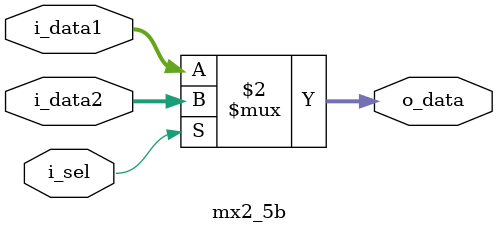
<source format=v>

module mx32_32b(i_data0,i_data1,i_data2,i_data3,i_data4,i_data5,i_data6,i_data7,i_data8,i_data9,i_data10,i_data11,i_data12,i_data13,i_data14,i_data15,i_data16,i_data17,i_data18,i_data19,i_data20,i_data21,i_data22,i_data23,i_data24,i_data25,i_data26,i_data27,i_data28,i_data29,i_data30,i_data31,i_sel,o_data);
	input [31:0] i_data0,i_data1,i_data2,i_data3,i_data4,i_data5,i_data6,i_data7,i_data8,i_data9,i_data10,i_data11,i_data12,i_data13,i_data14,i_data15,i_data16,i_data17,i_data18,i_data19,i_data20,i_data21,i_data22,i_data23,i_data24,i_data25,i_data26,i_data27,i_data28,i_data29,i_data30,i_data31;
	input [4:0] i_sel;
	output [31:0] o_data;
	wire [31:0] w0,w1,w2,w3,w4,w5,w6,w7,w8,w9,w10,w11,w12,w13,w14,w15,w16,w17,w18,w19,w20,w21,w22,w23,w24,w25,w26,w27,w28,w29,w30;
	
	mx2_32b U0_mx2_32b(.o_data(w0),.i_data1(i_data0),.i_data2(i_data1),.i_sel(i_sel[0]));
	mx2_32b U1_mx2_32b(.o_data(w1),.i_data1(i_data2),.i_data2(i_data3),.i_sel(i_sel[0]));
	mx2_32b U2_mx2_32b(.o_data(w2),.i_data1(i_data4),.i_data2(i_data5),.i_sel(i_sel[0]));
	mx2_32b U3_mx2_32b(.o_data(w3),.i_data1(i_data6),.i_data2(i_data7),.i_sel(i_sel[0]));
	mx2_32b U4_mx2_32b(.o_data(w4),.i_data1(i_data8),.i_data2(i_data9),.i_sel(i_sel[0]));
	mx2_32b U5_mx2_32b(.o_data(w5),.i_data1(i_data10),.i_data2(i_data11),.i_sel(i_sel[0]));
	mx2_32b U6_mx2_32b(.o_data(w6),.i_data1(i_data12),.i_data2(i_data13),.i_sel(i_sel[0]));
	mx2_32b U7_mx2_32b(.o_data(w7),.i_data1(i_data14),.i_data2(i_data15),.i_sel(i_sel[0]));
	mx2_32b U8_mx2_32b(.o_data(w8),.i_data1(i_data16),.i_data2(i_data17),.i_sel(i_sel[0]));
	mx2_32b U9_mx2_32b(.o_data(w9),.i_data1(i_data18),.i_data2(i_data19),.i_sel(i_sel[0]));
	mx2_32b U10_mx2_32b(.o_data(w10),.i_data1(i_data20),.i_data2(i_data21),.i_sel(i_sel[0]));
	mx2_32b U11_mx2_32b(.o_data(w11),.i_data1(i_data22),.i_data2(i_data23),.i_sel(i_sel[0]));
	mx2_32b U12_mx2_32b(.o_data(w12),.i_data1(i_data24),.i_data2(i_data25),.i_sel(i_sel[0]));
	mx2_32b U13_mx2_32b(.o_data(w13),.i_data1(i_data26),.i_data2(i_data27),.i_sel(i_sel[0]));
	mx2_32b U14_mx2_32b(.o_data(w14),.i_data1(i_data28),.i_data2(i_data29),.i_sel(i_sel[0]));
	mx2_32b U15_mx2_32b(.o_data(w15),.i_data1(i_data30),.i_data2(i_data31),.i_sel(i_sel[0]));
	
	mx2_32b U16_mx2_32b(.o_data(w16),.i_data1(w0),.i_data2(w1),.i_sel(i_sel[1]));
	mx2_32b U17_mx2_32b(.o_data(w17),.i_data1(w2),.i_data2(w3),.i_sel(i_sel[1]));
	mx2_32b U18_mx2_32b(.o_data(w18),.i_data1(w4),.i_data2(w5),.i_sel(i_sel[1]));
	mx2_32b U19_mx2_32b(.o_data(w19),.i_data1(w6),.i_data2(w7),.i_sel(i_sel[1]));
	mx2_32b U20_mx2_32b(.o_data(w20),.i_data1(w8),.i_data2(w9),.i_sel(i_sel[1]));
	mx2_32b U21_mx2_32b(.o_data(w21),.i_data1(w10),.i_data2(w11),.i_sel(i_sel[1]));
	mx2_32b U22_mx2_32b(.o_data(w22),.i_data1(w12),.i_data2(w13),.i_sel(i_sel[1]));
	mx2_32b U23_mx2_32b(.o_data(w23),.i_data1(w14),.i_data2(w15),.i_sel(i_sel[1]));
	
	mx2_32b U24_mx2_32b(.o_data(w24),.i_data1(w16),.i_data2(w17),.i_sel(i_sel[2]));
	mx2_32b U25_mx2_32b(.o_data(w25),.i_data1(w18),.i_data2(w19),.i_sel(i_sel[2]));
	mx2_32b U26_mx2_32b(.o_data(w26),.i_data1(w20),.i_data2(w21),.i_sel(i_sel[2]));
	mx2_32b U27_mx2_32b(.o_data(w27),.i_data1(w22),.i_data2(w23),.i_sel(i_sel[2]));
 
	mx2_32b U28_mx2_32b(.o_data(w28),.i_data1(w24),.i_data2(w25),.i_sel(i_sel[3]));
	mx2_32b U29_mx2_32b(.o_data(w29),.i_data1(w26),.i_data2(w27),.i_sel(i_sel[3]));
	
	mx2_32b U30_mx2_32b(.o_data(o_data),.i_data1(w28),.i_data2(w29),.i_sel(i_sel[4]));
	
endmodule //End of module

//32-bit 2-to-1 Multiplexer
module mx2_32b(i_data1,i_data2,i_sel,o_data);
	input [31:0] i_data1,i_data2;
	input i_sel;
	output [31:0] o_data;
	
	assign o_data=(i_sel==0) ? i_data1 : i_data2;
	
endmodule //End of module

//5-bit 2-to-1 Multiplexer
module mx2_5b(i_data1,i_data2,i_sel,o_data);
	input [4:0] i_data1,i_data2;
	input i_sel;
	output [4:0] o_data;
	
	assign o_data=(i_sel==0) ? i_data1 : i_data2;
	
endmodule //End of module
</source>
